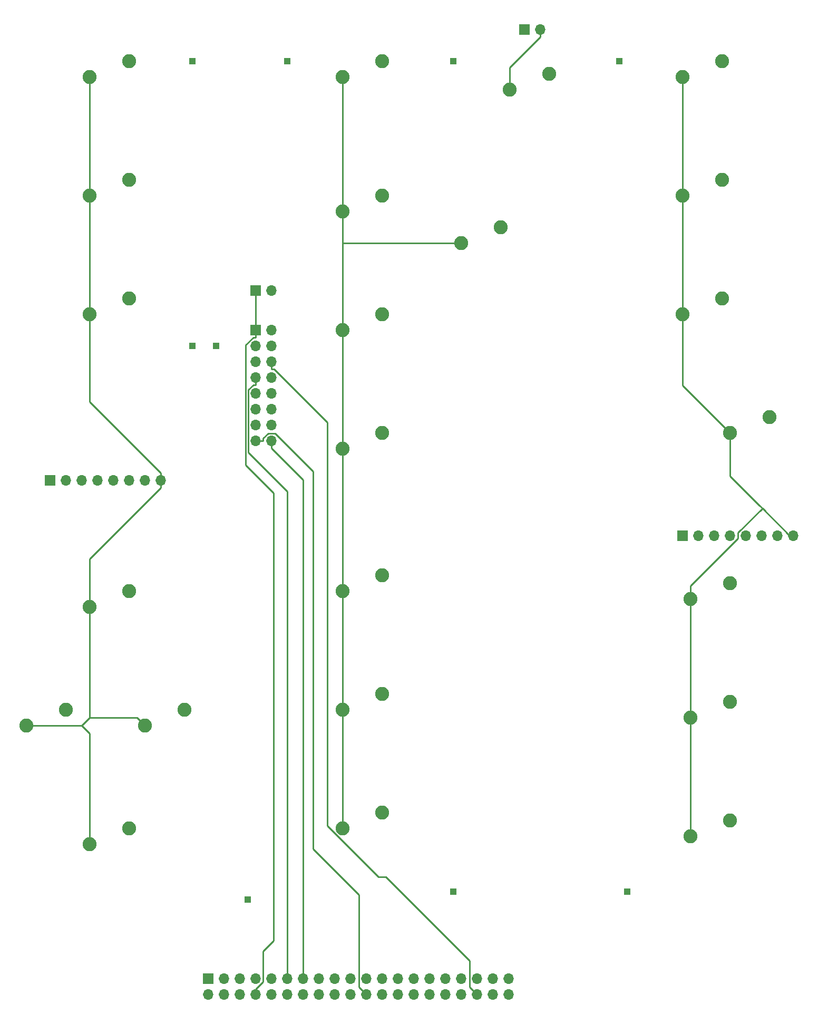
<source format=gbr>
%TF.GenerationSoftware,KiCad,Pcbnew,(5.1.10-1-10_14)*%
%TF.CreationDate,2021-05-06T19:08:34+01:00*%
%TF.ProjectId,haxophone001,6861786f-7068-46f6-9e65-3030312e6b69,rev?*%
%TF.SameCoordinates,Original*%
%TF.FileFunction,Copper,L2,Bot*%
%TF.FilePolarity,Positive*%
%FSLAX46Y46*%
G04 Gerber Fmt 4.6, Leading zero omitted, Abs format (unit mm)*
G04 Created by KiCad (PCBNEW (5.1.10-1-10_14)) date 2021-05-06 19:08:34*
%MOMM*%
%LPD*%
G01*
G04 APERTURE LIST*
%TA.AperFunction,ComponentPad*%
%ADD10R,1.000000X1.000000*%
%TD*%
%TA.AperFunction,ComponentPad*%
%ADD11C,2.250000*%
%TD*%
%TA.AperFunction,ComponentPad*%
%ADD12O,1.700000X1.700000*%
%TD*%
%TA.AperFunction,ComponentPad*%
%ADD13R,1.700000X1.700000*%
%TD*%
%TA.AperFunction,Conductor*%
%ADD14C,0.250000*%
%TD*%
G04 APERTURE END LIST*
D10*
%TO.P,REF\u002A\u002A,1*%
%TO.N,N/C*%
X80010000Y-68580000D03*
%TD*%
%TO.P,REF\u002A\u002A,1*%
%TO.N,N/C*%
X76200000Y-68580000D03*
%TD*%
%TO.P,REF\u002A\u002A,1*%
%TO.N,N/C*%
X85090000Y-157480000D03*
%TD*%
%TO.P,REF\u002A\u002A,1*%
%TO.N,N/C*%
X91440000Y-22860000D03*
%TD*%
%TO.P,REF\u002A\u002A,1*%
%TO.N,N/C*%
X76200000Y-22860000D03*
%TD*%
%TO.P,REF\u002A\u002A,1*%
%TO.N,N/C*%
X144780000Y-22860000D03*
%TD*%
%TO.P,REF\u002A\u002A,1*%
%TO.N,N/C*%
X118110000Y-22860000D03*
%TD*%
%TO.P,REF\u002A\u002A,1*%
%TO.N,N/C*%
X146050000Y-156210000D03*
%TD*%
%TO.P,REF\u002A\u002A,1*%
%TO.N,N/C*%
X118110000Y-156210000D03*
%TD*%
D11*
%TO.P,MX7,2*%
%TO.N,Net-(D7-Pad2)*%
X66040000Y-146050000D03*
%TO.P,MX7,1*%
%TO.N,COL0_0*%
X59690000Y-148590000D03*
%TD*%
%TO.P,MX23,2*%
%TO.N,Net-(D23-Pad2)*%
X161290000Y-41910000D03*
%TO.P,MX23,1*%
%TO.N,COL2_2*%
X154940000Y-44450000D03*
%TD*%
D12*
%TO.P,J2,16*%
%TO.N,COL2*%
X88900000Y-83820000D03*
%TO.P,J2,15*%
%TO.N,COL0*%
X86360000Y-83820000D03*
%TO.P,J2,14*%
%TO.N,ROW6*%
X88900000Y-81280000D03*
%TO.P,J2,13*%
X86360000Y-81280000D03*
%TO.P,J2,12*%
%TO.N,ROW5*%
X88900000Y-78740000D03*
%TO.P,J2,11*%
X86360000Y-78740000D03*
%TO.P,J2,10*%
%TO.N,ROW4*%
X88900000Y-76200000D03*
%TO.P,J2,9*%
X86360000Y-76200000D03*
%TO.P,J2,8*%
%TO.N,ROW3*%
X88900000Y-73660000D03*
%TO.P,J2,7*%
X86360000Y-73660000D03*
%TO.P,J2,6*%
%TO.N,ROW2*%
X88900000Y-71120000D03*
%TO.P,J2,5*%
X86360000Y-71120000D03*
%TO.P,J2,4*%
%TO.N,ROW1*%
X88900000Y-68580000D03*
%TO.P,J2,3*%
X86360000Y-68580000D03*
%TO.P,J2,2*%
%TO.N,ROW0*%
X88900000Y-66040000D03*
D13*
%TO.P,J2,1*%
X86360000Y-66040000D03*
%TD*%
D11*
%TO.P,MX2,2*%
%TO.N,Net-(D2-Pad2)*%
X66040000Y-41910000D03*
%TO.P,MX2,1*%
%TO.N,COL0_0*%
X59690000Y-44450000D03*
%TD*%
%TO.P,MX16,2*%
%TO.N,Net-(D16-Pad2)*%
X106680000Y-143510000D03*
%TO.P,MX16,1*%
%TO.N,COL1*%
X100330000Y-146050000D03*
%TD*%
%TO.P,MX4,2*%
%TO.N,Net-(D4-Pad2)*%
X66040000Y-107950000D03*
%TO.P,MX4,1*%
%TO.N,COL0_0*%
X59690000Y-110490000D03*
%TD*%
%TO.P,MX22,2*%
%TO.N,Net-(D22-Pad2)*%
X162560000Y-125730000D03*
%TO.P,MX22,1*%
%TO.N,COL2_2*%
X156210000Y-128270000D03*
%TD*%
%TO.P,MX21,2*%
%TO.N,Net-(D21-Pad2)*%
X162560000Y-106680000D03*
%TO.P,MX21,1*%
%TO.N,COL2_2*%
X156210000Y-109220000D03*
%TD*%
%TO.P,MX20,2*%
%TO.N,Net-(D20-Pad2)*%
X168910000Y-80010000D03*
%TO.P,MX20,1*%
%TO.N,COL2_2*%
X162560000Y-82550000D03*
%TD*%
%TO.P,MX19,2*%
%TO.N,Net-(D19-Pad2)*%
X161290000Y-60960000D03*
%TO.P,MX19,1*%
%TO.N,COL2_2*%
X154940000Y-63500000D03*
%TD*%
%TO.P,MX18,2*%
%TO.N,Net-(D18-Pad2)*%
X162560000Y-144780000D03*
%TO.P,MX18,1*%
%TO.N,COL2_2*%
X156210000Y-147320000D03*
%TD*%
%TO.P,MX17,2*%
%TO.N,Net-(D17-Pad2)*%
X161290000Y-22860000D03*
%TO.P,MX17,1*%
%TO.N,COL2_2*%
X154940000Y-25400000D03*
%TD*%
%TO.P,MX15,2*%
%TO.N,Net-(D15-Pad2)*%
X106680000Y-124460000D03*
%TO.P,MX15,1*%
%TO.N,COL1*%
X100330000Y-127000000D03*
%TD*%
%TO.P,MX14,2*%
%TO.N,Net-(D14-Pad2)*%
X106680000Y-105410000D03*
%TO.P,MX14,1*%
%TO.N,COL1*%
X100330000Y-107950000D03*
%TD*%
%TO.P,MX13,2*%
%TO.N,Net-(D13-Pad2)*%
X106680000Y-82550000D03*
%TO.P,MX13,1*%
%TO.N,COL1*%
X100330000Y-85090000D03*
%TD*%
%TO.P,MX12,2*%
%TO.N,Net-(D12-Pad2)*%
X106680000Y-63500000D03*
%TO.P,MX12,1*%
%TO.N,COL1*%
X100330000Y-66040000D03*
%TD*%
D13*
%TO.P,J3,1*%
%TO.N,N/C*%
X78740000Y-170180000D03*
D12*
%TO.P,J3,2*%
X78740000Y-172720000D03*
%TO.P,J3,3*%
%TO.N,COL3*%
X81280000Y-170180000D03*
%TO.P,J3,4*%
%TO.N,N/C*%
X81280000Y-172720000D03*
%TO.P,J3,5*%
X83820000Y-170180000D03*
%TO.P,J3,6*%
X83820000Y-172720000D03*
%TO.P,J3,7*%
X86360000Y-170180000D03*
%TO.P,J3,8*%
%TO.N,ROW0*%
X86360000Y-172720000D03*
%TO.P,J3,9*%
%TO.N,N/C*%
X88900000Y-170180000D03*
%TO.P,J3,10*%
%TO.N,ROW1*%
X88900000Y-172720000D03*
%TO.P,J3,11*%
%TO.N,ROW3*%
X91440000Y-170180000D03*
%TO.P,J3,12*%
%TO.N,ROW4*%
X91440000Y-172720000D03*
%TO.P,J3,13*%
%TO.N,COL2*%
X93980000Y-170180000D03*
%TO.P,J3,14*%
%TO.N,N/C*%
X93980000Y-172720000D03*
%TO.P,J3,15*%
%TO.N,ROW5*%
X96520000Y-170180000D03*
%TO.P,J3,16*%
%TO.N,ROW6*%
X96520000Y-172720000D03*
%TO.P,J3,17*%
%TO.N,N/C*%
X99060000Y-170180000D03*
%TO.P,J3,18*%
%TO.N,ROW7*%
X99060000Y-172720000D03*
%TO.P,J3,19*%
%TO.N,N/C*%
X101600000Y-170180000D03*
%TO.P,J3,20*%
X101600000Y-172720000D03*
%TO.P,J3,21*%
X104140000Y-170180000D03*
%TO.P,J3,22*%
%TO.N,COL0*%
X104140000Y-172720000D03*
%TO.P,J3,23*%
%TO.N,N/C*%
X106680000Y-170180000D03*
%TO.P,J3,24*%
X106680000Y-172720000D03*
%TO.P,J3,25*%
X109220000Y-170180000D03*
%TO.P,J3,26*%
X109220000Y-172720000D03*
%TO.P,J3,27*%
X111760000Y-170180000D03*
%TO.P,J3,28*%
X111760000Y-172720000D03*
%TO.P,J3,29*%
X114300000Y-170180000D03*
%TO.P,J3,30*%
X114300000Y-172720000D03*
%TO.P,J3,31*%
X116840000Y-170180000D03*
%TO.P,J3,32*%
X116840000Y-172720000D03*
%TO.P,J3,33*%
X119380000Y-170180000D03*
%TO.P,J3,34*%
X119380000Y-172720000D03*
%TO.P,J3,35*%
X121920000Y-170180000D03*
%TO.P,J3,36*%
%TO.N,ROW2*%
X121920000Y-172720000D03*
%TO.P,J3,37*%
%TO.N,COL1*%
X124460000Y-170180000D03*
%TO.P,J3,38*%
%TO.N,N/C*%
X124460000Y-172720000D03*
%TO.P,J3,39*%
X127000000Y-170180000D03*
%TO.P,J3,40*%
X127000000Y-172720000D03*
%TD*%
%TO.P,J6,2*%
%TO.N,COL3*%
X88900000Y-59690000D03*
D13*
%TO.P,J6,1*%
%TO.N,ROW0*%
X86360000Y-59690000D03*
%TD*%
D12*
%TO.P,J5,2*%
%TO.N,Net-(J5-Pad2)*%
X132080000Y-17780000D03*
D13*
%TO.P,J5,1*%
%TO.N,Net-(D8-Pad1)*%
X129540000Y-17780000D03*
%TD*%
D11*
%TO.P,MX8,2*%
%TO.N,Net-(D8-Pad2)*%
X133505000Y-24935000D03*
%TO.P,MX8,1*%
%TO.N,Net-(J5-Pad2)*%
X127155000Y-27475000D03*
%TD*%
%TO.P,MX11,2*%
%TO.N,Net-(D11-Pad2)*%
X125730000Y-49530000D03*
%TO.P,MX11,1*%
%TO.N,COL1*%
X119380000Y-52070000D03*
%TD*%
%TO.P,MX6,2*%
%TO.N,Net-(D6-Pad2)*%
X55880000Y-127000000D03*
%TO.P,MX6,1*%
%TO.N,COL0_0*%
X49530000Y-129540000D03*
%TD*%
%TO.P,MX10,2*%
%TO.N,Net-(D10-Pad2)*%
X106680000Y-44450000D03*
%TO.P,MX10,1*%
%TO.N,COL1*%
X100330000Y-46990000D03*
%TD*%
%TO.P,MX9,2*%
%TO.N,Net-(D9-Pad2)*%
X106680000Y-22860000D03*
%TO.P,MX9,1*%
%TO.N,COL1*%
X100330000Y-25400000D03*
%TD*%
%TO.P,MX5,2*%
%TO.N,Net-(D5-Pad2)*%
X74930000Y-127000000D03*
%TO.P,MX5,1*%
%TO.N,COL0_0*%
X68580000Y-129540000D03*
%TD*%
D12*
%TO.P,J1,8*%
%TO.N,COL0_0*%
X71120000Y-90170000D03*
%TO.P,J1,7*%
%TO.N,ROW0_6*%
X68580000Y-90170000D03*
%TO.P,J1,6*%
%TO.N,ROW0_5*%
X66040000Y-90170000D03*
%TO.P,J1,5*%
%TO.N,ROW0_4*%
X63500000Y-90170000D03*
%TO.P,J1,4*%
%TO.N,ROW0_3*%
X60960000Y-90170000D03*
%TO.P,J1,3*%
%TO.N,ROW0_2*%
X58420000Y-90170000D03*
%TO.P,J1,2*%
%TO.N,ROW0_1*%
X55880000Y-90170000D03*
D13*
%TO.P,J1,1*%
%TO.N,ROW0_0*%
X53340000Y-90170000D03*
%TD*%
D11*
%TO.P,MX1,2*%
%TO.N,Net-(D1-Pad2)*%
X66040000Y-22860000D03*
%TO.P,MX1,1*%
%TO.N,COL0_0*%
X59690000Y-25400000D03*
%TD*%
D12*
%TO.P,J4,8*%
%TO.N,COL2_2*%
X172720000Y-99060000D03*
%TO.P,J4,7*%
%TO.N,ROW2_6*%
X170180000Y-99060000D03*
%TO.P,J4,6*%
%TO.N,ROW2_5*%
X167640000Y-99060000D03*
%TO.P,J4,5*%
%TO.N,ROW2_4*%
X165100000Y-99060000D03*
%TO.P,J4,4*%
%TO.N,ROW2_3*%
X162560000Y-99060000D03*
%TO.P,J4,3*%
%TO.N,ROW2_2*%
X160020000Y-99060000D03*
%TO.P,J4,2*%
%TO.N,ROW2_1*%
X157480000Y-99060000D03*
D13*
%TO.P,J4,1*%
%TO.N,ROW2_0*%
X154940000Y-99060000D03*
%TD*%
D11*
%TO.P,MX3,2*%
%TO.N,Net-(D3-Pad2)*%
X66040000Y-60960000D03*
%TO.P,MX3,1*%
%TO.N,COL0_0*%
X59690000Y-63500000D03*
%TD*%
D14*
%TO.N,ROW0*%
X86360000Y-59690000D02*
X86360000Y-66040000D01*
X87535300Y-170743702D02*
X86360000Y-171919002D01*
X89228500Y-164138600D02*
X87535300Y-165831800D01*
X86360000Y-171919002D02*
X86360000Y-172720000D01*
X89228500Y-92226100D02*
X89228500Y-164138600D01*
X84734300Y-68473700D02*
X84734300Y-87731900D01*
X85992700Y-67215300D02*
X84734300Y-68473700D01*
X86360000Y-66040000D02*
X86360000Y-67215300D01*
X84734300Y-87731900D02*
X89228500Y-92226100D01*
X87535300Y-165831800D02*
X87535300Y-170743702D01*
X86360000Y-67215300D02*
X85992700Y-67215300D01*
%TO.N,ROW2*%
X120744700Y-171544700D02*
X121920000Y-172720000D01*
X120744700Y-167334000D02*
X120744700Y-171544700D01*
X107265500Y-153854800D02*
X120744700Y-167334000D01*
X88900000Y-71120000D02*
X88900000Y-72295300D01*
X97859600Y-145630700D02*
X106083700Y-153854800D01*
X97859600Y-80887600D02*
X97859600Y-145630700D01*
X106083700Y-153854800D02*
X107265500Y-153854800D01*
X88900000Y-72295300D02*
X89267300Y-72295300D01*
X89267300Y-72295300D02*
X97859600Y-80887600D01*
%TO.N,ROW3*%
X86360000Y-73660000D02*
X86360000Y-74835300D01*
X91440000Y-167640000D02*
X91440000Y-91992400D01*
X91440000Y-91992400D02*
X85184700Y-85737100D01*
X85184700Y-85737100D02*
X85184700Y-75643200D01*
X85184700Y-75643200D02*
X85992600Y-74835300D01*
X85992600Y-74835300D02*
X86360000Y-74835300D01*
X91440000Y-167640000D02*
X91440000Y-170180000D01*
%TO.N,COL2*%
X88900000Y-84995300D02*
X93980000Y-90075300D01*
X93980000Y-90075300D02*
X93980000Y-167640000D01*
X88900000Y-83820000D02*
X88900000Y-84995300D01*
X93980000Y-167640000D02*
X93980000Y-170180000D01*
%TO.N,COL0*%
X102964700Y-156774900D02*
X102964700Y-171544700D01*
X95560600Y-149370800D02*
X102964700Y-156774900D01*
X95560600Y-88733700D02*
X95560600Y-149370800D01*
X87535300Y-83452600D02*
X88343200Y-82644700D01*
X88343200Y-82644700D02*
X89471600Y-82644700D01*
X87535300Y-83820000D02*
X87535300Y-83452600D01*
X89471600Y-82644700D02*
X95560600Y-88733700D01*
X102964700Y-171544700D02*
X104140000Y-172720000D01*
X86360000Y-83820000D02*
X87535300Y-83820000D01*
%TO.N,COL1*%
X100330000Y-25400000D02*
X100330000Y-46990000D01*
X100330000Y-66040000D02*
X100330000Y-85090000D01*
X100330000Y-85090000D02*
X100330000Y-107950000D01*
X100330000Y-52070000D02*
X119380000Y-52070000D01*
X100330000Y-46990000D02*
X100330000Y-52070000D01*
X100330000Y-52070000D02*
X100330000Y-66040000D01*
X100330000Y-146050000D02*
X100330000Y-127000000D01*
X100330000Y-127000000D02*
X100330000Y-107950000D01*
%TO.N,COL0_0*%
X59690000Y-63500000D02*
X59690000Y-44450000D01*
X59690000Y-25400000D02*
X59690000Y-44450000D01*
X59690000Y-148590000D02*
X59690000Y-130820600D01*
X59690000Y-130820600D02*
X58409400Y-129540000D01*
X58409400Y-129540000D02*
X49530000Y-129540000D01*
X59690000Y-128259400D02*
X67299400Y-128259400D01*
X67299400Y-128259400D02*
X68580000Y-129540000D01*
X59690000Y-110490000D02*
X59690000Y-128259400D01*
X59690000Y-128259400D02*
X58409400Y-129540000D01*
X71120000Y-91345300D02*
X59690000Y-102775300D01*
X59690000Y-102775300D02*
X59690000Y-110490000D01*
X71120000Y-90757600D02*
X71120000Y-91345300D01*
X71120000Y-90757600D02*
X71120000Y-90170000D01*
X71120000Y-88994700D02*
X59690000Y-77564700D01*
X59690000Y-77564700D02*
X59690000Y-63500000D01*
X71120000Y-90170000D02*
X71120000Y-88994700D01*
%TO.N,COL2_2*%
X154940000Y-25400000D02*
X154940000Y-44450000D01*
X156210000Y-147320000D02*
X156210000Y-128270000D01*
X156210000Y-128270000D02*
X156210000Y-109220000D01*
X154940000Y-63500000D02*
X154940000Y-44450000D01*
X162560000Y-82550000D02*
X154940000Y-74930000D01*
X154940000Y-74930000D02*
X154940000Y-63500000D01*
X172720000Y-99060000D02*
X172132400Y-99060000D01*
X167760400Y-94687900D02*
X163830000Y-98618300D01*
X163830000Y-98618300D02*
X163830000Y-99520400D01*
X163830000Y-99520400D02*
X156210000Y-107140400D01*
X156210000Y-107140400D02*
X156210000Y-109220000D01*
X172132400Y-99060000D02*
X167760400Y-94687900D01*
X167760400Y-94687900D02*
X167309400Y-94237000D01*
X167309400Y-94237000D02*
X167309400Y-94236900D01*
X167309400Y-94236900D02*
X162560000Y-89487500D01*
X162560000Y-89487500D02*
X162560000Y-82550000D01*
%TO.N,Net-(J5-Pad2)*%
X127155000Y-27475000D02*
X127155000Y-23880300D01*
X127155000Y-23880300D02*
X132080000Y-18955300D01*
X132080000Y-17780000D02*
X132080000Y-18955300D01*
%TD*%
M02*

</source>
